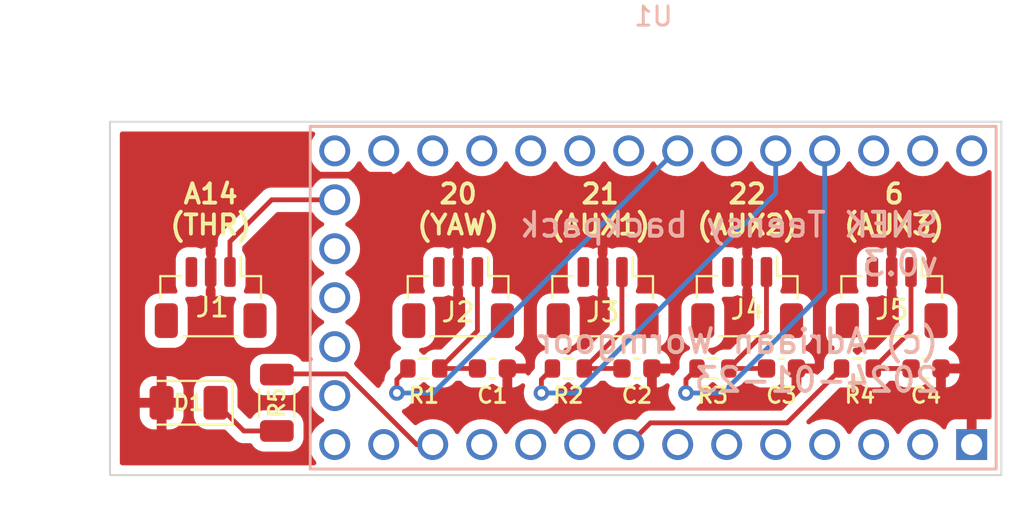
<source format=kicad_pcb>
(kicad_pcb (version 20211014) (generator pcbnew)
  (layers (0 "F.Cu" signal) (31 "B.Cu" signal) (34 "B.Paste" user) (35 "F.Paste" user) (36 "B.SilkS" user "B.Silkscreen") (37 "F.SilkS" user "F.Silkscreen") (38 "B.Mask" user) (39 "F.Mask" user) (44 "Edge.Cuts" user))
  (net 0 "")
  (net 1 "GND")
  (net 2 "Net-(C2-Pad1)")
  (net 19 "Net-(D1-Pad1)")
  (net 23 "Net-(C4-Pad1)")
  (net 30 "Net-(C1-Pad1)")
  (net 32 "A14_DAC_THROTTLE")
  (net 36 "20_PWM_YAW")
  (net 37 "Net-(C3-Pad1)")
  (net 39 "6_PWM_AUX3")
  (net 40 "22_PWM_AUX1")
  (net 41 "23_PWM_AUX2")
  (net 43 "10_LED")
  (footprint "Resistor_SMD:R_0603_1608Metric" (layer "F.Cu") (at 151.384 100.457)
    (fp_text reference "R3" (at 0 1.397) (layer "F.SilkS") (effects (font (size 0.8 0.8))))
    (fp_text value "22" hide)
    (fp_line (start -0.237258 0.5225) (end 0.237258 0.5225) (layer "F.SilkS") (width 0.12))
    (fp_line (start -0.237258 -0.5225) (end 0.237258 -0.5225) (layer "F.SilkS") (width 0.12))
    (pad "1" smd roundrect (at -0.825 0) (size 0.8 0.95) (layers "F.Cu" "F.Paste" "F.Mask") (net 41 "23_PWM_AUX2"))
    (pad "2" smd roundrect (at 0.825 0) (size 0.8 0.95) (layers "F.Cu" "F.Paste" "F.Mask") (net 37 "Net-(C3-Pad1)"))
  )
  (footprint "Connector_JST:JST_SH_BM03B-SRSS-TB_1x03-1MP_P1.00mm_Vertical" (layer "F.Cu") (at 138.176 96.774 180)
    (fp_text reference "J2" (at 0 -0.762) (layer "F.SilkS"))
    (fp_text value "Conn_01x03_Female" hide)
    (fp_line (start -1.44 -2.01) (end 1.44 -2.01) (layer "F.SilkS") (width 0.12))
    (fp_line (start -2.61 1.11) (end -1.56 1.11) (layer "F.SilkS") (width 0.12))
    (fp_line (start -2.61 -0.04) (end -2.61 1.11) (layer "F.SilkS") (width 0.12))
    (fp_line (start -1.56 1.11) (end -1.56 2.1) (layer "F.SilkS") (width 0.12))
    (fp_line (start 2.61 1.11) (end 1.56 1.11) (layer "F.SilkS") (width 0.12))
    (fp_line (start 2.61 -0.04) (end 2.61 1.11) (layer "F.SilkS") (width 0.12))
    (pad "1" smd roundrect (at -1 1.325 180) (size 0.6 1.55) (layers "F.Cu" "F.Paste" "F.Mask") (net 30 "Net-(C1-Pad1)"))
    (pad "2" smd roundrect (at 0 1.325 180) (size 0.6 1.55) (layers "F.Cu" "F.Paste" "F.Mask") (net 1 "GND"))
    (pad "3" smd roundrect (at 1 1.325 180) (size 0.6 1.55) (layers "F.Cu" "F.Paste" "F.Mask"))
    (pad "MP" smd roundrect (at 2.3 -1.2 180) (size 1.2 1.8) (layers "F.Cu" "F.Paste" "F.Mask") (roundrect_rratio 0.2083333333))
    (pad "MP" smd roundrect (at -2.3 -1.2 180) (size 1.2 1.8) (layers "F.Cu" "F.Paste" "F.Mask") (roundrect_rratio 0.2083333333))
  )
  (footprint "Connector_JST:JST_SH_BM03B-SRSS-TB_1x03-1MP_P1.00mm_Vertical" (layer "F.Cu") (at 145.669 96.774 180)
    (fp_text reference "J3" (at 0 -0.762) (layer "F.SilkS"))
    (fp_text value "Conn_01x03_Female" hide)
    (fp_line (start -2.61 1.11) (end -1.56 1.11) (layer "F.SilkS") (width 0.12))
    (fp_line (start -1.56 1.11) (end -1.56 2.1) (layer "F.SilkS") (width 0.12))
    (fp_line (start -1.44 -2.01) (end 1.44 -2.01) (layer "F.SilkS") (width 0.12))
    (fp_line (start 2.61 1.11) (end 1.56 1.11) (layer "F.SilkS") (width 0.12))
    (fp_line (start 2.61 -0.04) (end 2.61 1.11) (layer "F.SilkS") (width 0.12))
    (fp_line (start -2.61 -0.04) (end -2.61 1.11) (layer "F.SilkS") (width 0.12))
    (pad "1" smd roundrect (at -1 1.325 180) (size 0.6 1.55) (layers "F.Cu" "F.Paste" "F.Mask") (net 2 "Net-(C2-Pad1)"))
    (pad "2" smd roundrect (at 0 1.325 180) (size 0.6 1.55) (layers "F.Cu" "F.Paste" "F.Mask") (net 1 "GND"))
    (pad "3" smd roundrect (at 1 1.325 180) (size 0.6 1.55) (layers "F.Cu" "F.Paste" "F.Mask"))
    (pad "MP" smd roundrect (at 2.3 -1.2 180) (size 1.2 1.8) (layers "F.Cu" "F.Paste" "F.Mask") (roundrect_rratio 0.2083333333))
    (pad "MP" smd roundrect (at -2.3 -1.2 180) (size 1.2 1.8) (layers "F.Cu" "F.Paste" "F.Mask") (roundrect_rratio 0.2083333333))
  )
  (footprint "Resistor_SMD:R_0603_1608Metric" (layer "F.Cu") (at 158.877 100.457)
    (fp_text reference "R4" (at 0.127 1.397) (layer "F.SilkS") (effects (font (size 0.8 0.8))))
    (fp_text value "22" hide)
    (fp_line (start -0.237258 -0.5225) (end 0.237258 -0.5225) (layer "F.SilkS") (width 0.12))
    (fp_line (start -0.237258 0.5225) (end 0.237258 0.5225) (layer "F.SilkS") (width 0.12))
    (pad "1" smd roundrect (at -0.825 0) (size 0.8 0.95) (layers "F.Cu" "F.Paste" "F.Mask") (net 39 "6_PWM_AUX3"))
    (pad "2" smd roundrect (at 0.825 0) (size 0.8 0.95) (layers "F.Cu" "F.Paste" "F.Mask") (net 23 "Net-(C4-Pad1)"))
  )
  (footprint "Connector_JST:JST_SH_BM03B-SRSS-TB_1x03-1MP_P1.00mm_Vertical" (layer "F.Cu") (at 160.655 96.774 180)
    (fp_text reference "J5" (at 0 -0.635) (layer "F.SilkS"))
    (fp_text value "Conn_01x03_Female" hide)
    (fp_line (start -2.61 1.11) (end -1.56 1.11) (layer "F.SilkS") (width 0.12))
    (fp_line (start 2.61 1.11) (end 1.56 1.11) (layer "F.SilkS") (width 0.12))
    (fp_line (start -1.56 1.11) (end -1.56 2.1) (layer "F.SilkS") (width 0.12))
    (fp_line (start -2.61 -0.04) (end -2.61 1.11) (layer "F.SilkS") (width 0.12))
    (fp_line (start -1.44 -2.01) (end 1.44 -2.01) (layer "F.SilkS") (width 0.12))
    (fp_line (start 2.61 -0.04) (end 2.61 1.11) (layer "F.SilkS") (width 0.12))
    (pad "1" smd roundrect (at -1 1.325 180) (size 0.6 1.55) (layers "F.Cu" "F.Paste" "F.Mask") (net 23 "Net-(C4-Pad1)"))
    (pad "2" smd roundrect (at 0 1.325 180) (size 0.6 1.55) (layers "F.Cu" "F.Paste" "F.Mask") (net 1 "GND"))
    (pad "3" smd roundrect (at 1 1.325 180) (size 0.6 1.55) (layers "F.Cu" "F.Paste" "F.Mask"))
    (pad "MP" smd roundrect (at 2.3 -1.2 180) (size 1.2 1.8) (layers "F.Cu" "F.Paste" "F.Mask") (roundrect_rratio 0.2083333333))
    (pad "MP" smd roundrect (at -2.3 -1.2 180) (size 1.2 1.8) (layers "F.Cu" "F.Paste" "F.Mask") (roundrect_rratio 0.2083333333))
  )
  (footprint "Connector_JST:JST_SH_BM03B-SRSS-TB_1x03-1MP_P1.00mm_Vertical" (layer "F.Cu") (at 153.162 96.774 180)
    (fp_text reference "J4" (at 0 -0.63) (layer "F.SilkS"))
    (fp_text value "Conn_01x03_Female" hide)
    (fp_line (start -1.44 -2.01) (end 1.44 -2.01) (layer "F.SilkS") (width 0.12))
    (fp_line (start 2.61 -0.04) (end 2.61 1.11) (layer "F.SilkS") (width 0.12))
    (fp_line (start -2.61 1.11) (end -1.56 1.11) (layer "F.SilkS") (width 0.12))
    (fp_line (start -1.56 1.11) (end -1.56 2.1) (layer "F.SilkS") (width 0.12))
    (fp_line (start -2.61 -0.04) (end -2.61 1.11) (layer "F.SilkS") (width 0.12))
    (fp_line (start 2.61 1.11) (end 1.56 1.11) (layer "F.SilkS") (width 0.12))
    (pad "1" smd roundrect (at -1 1.325 180) (size 0.6 1.55) (layers "F.Cu" "F.Paste" "F.Mask") (net 37 "Net-(C3-Pad1)"))
    (pad "2" smd roundrect (at 0 1.325 180) (size 0.6 1.55) (layers "F.Cu" "F.Paste" "F.Mask") (net 1 "GND"))
    (pad "3" smd roundrect (at 1 1.325 180) (size 0.6 1.55) (layers "F.Cu" "F.Paste" "F.Mask"))
    (pad "MP" smd roundrect (at 2.3 -1.2 180) (size 1.2 1.8) (layers "F.Cu" "F.Paste" "F.Mask") (roundrect_rratio 0.2083333333))
    (pad "MP" smd roundrect (at -2.3 -1.2 180) (size 1.2 1.8) (layers "F.Cu" "F.Paste" "F.Mask") (roundrect_rratio 0.2083333333))
  )
  (footprint "Capacitor_SMD:C_0603_1608Metric" (layer "F.Cu") (at 162.433 100.457)
    (fp_text reference "C4" (at 0 1.397) (layer "F.SilkS") (effects (font (size 0.8 0.8))))
    (fp_text value "47uf" hide)
    (fp_line (start -0.14058 -0.51) (end 0.14058 -0.51) (layer "F.SilkS") (width 0.12))
    (fp_line (start -0.14058 0.51) (end 0.14058 0.51) (layer "F.SilkS") (width 0.12))
    (pad "1" smd roundrect (at -0.775 0) (size 0.9 0.95) (layers "F.Cu" "F.Paste" "F.Mask") (net 23 "Net-(C4-Pad1)"))
    (pad "2" smd roundrect (at 0.775 0) (size 0.9 0.95) (layers "F.Cu" "F.Paste" "F.Mask") (net 1 "GND"))
  )
  (footprint "LED_SMD:LED_1206_3216Metric" (layer "F.Cu") (at 124.206 102.235 180)
    (fp_text reference "D1" (at 0 0) (layer "F.SilkS") (effects (font (size 0.8 0.8))))
    (fp_text value "LED")
    (fp_line (start -2.285 1.135) (end 1.6 1.135) (layer "F.SilkS") (width 0.12))
    (fp_line (start -2.285 -1.135) (end -2.285 1.135) (layer "F.SilkS") (width 0.12))
    (fp_line (start 1.6 -1.135) (end -2.285 -1.135) (layer "F.SilkS") (width 0.12))
    (pad "1" smd roundrect (at -1.4 0 180) (size 1.25 1.75) (layers "F.Cu" "F.Paste" "F.Mask") (roundrect_rratio 0.2) (net 19 "Net-(D1-Pad1)"))
    (pad "2" smd roundrect (at 1.4 0 180) (size 1.25 1.75) (layers "F.Cu" "F.Paste" "F.Mask") (roundrect_rratio 0.2) (net 1 "GND"))
  )
  (footprint "Connector_JST:JST_SH_BM03B-SRSS-TB_1x03-1MP_P1.00mm_Vertical" (layer "F.Cu") (at 125.349 96.774 180)
    (fp_text reference "J1" (at -0.08 -0.508) (layer "F.SilkS"))
    (fp_text value "Conn_01x03_Female" hide)
    (fp_line (start 2.61 1.11) (end 1.56 1.11) (layer "F.SilkS") (width 0.12))
    (fp_line (start -2.61 1.11) (end -1.56 1.11) (layer "F.SilkS") (width 0.12))
    (fp_line (start 2.61 -0.04) (end 2.61 1.11) (layer "F.SilkS") (width 0.12))
    (fp_line (start -2.61 -0.04) (end -2.61 1.11) (layer "F.SilkS") (width 0.12))
    (fp_line (start -1.44 -2.01) (end 1.44 -2.01) (layer "F.SilkS") (width 0.12))
    (fp_line (start -1.56 1.11) (end -1.56 2.1) (layer "F.SilkS") (width 0.12))
    (pad "1" smd roundrect (at -1 1.325 180) (size 0.6 1.55) (layers "F.Cu" "F.Paste" "F.Mask") (net 32 "A14_DAC_THROTTLE"))
    (pad "2" smd roundrect (at 0 1.325 180) (size 0.6 1.55) (layers "F.Cu" "F.Paste" "F.Mask") (net 1 "GND"))
    (pad "3" smd roundrect (at 1 1.325 180) (size 0.6 1.55) (layers "F.Cu" "F.Paste" "F.Mask"))
    (pad "MP" smd roundrect (at -2.3 -1.2 180) (size 1.2 1.8) (layers "F.Cu" "F.Paste" "F.Mask") (roundrect_rratio 0.2083333333))
    (pad "MP" smd roundrect (at 2.3 -1.2 180) (size 1.2 1.8) (layers "F.Cu" "F.Paste" "F.Mask") (roundrect_rratio 0.2083333333))
  )
  (footprint "Capacitor_SMD:C_0603_1608Metric" (layer "F.Cu") (at 154.94 100.457)
    (fp_text reference "C3" (at 0 1.397) (layer "F.SilkS") (effects (font (size 0.8 0.8))))
    (fp_text value "47uf" hide)
    (fp_line (start -0.14058 -0.51) (end 0.14058 -0.51) (layer "F.SilkS") (width 0.12))
    (fp_line (start -0.14058 0.51) (end 0.14058 0.51) (layer "F.SilkS") (width 0.12))
    (pad "1" smd roundrect (at -0.775 0) (size 0.9 0.95) (layers "F.Cu" "F.Paste" "F.Mask") (net 37 "Net-(C3-Pad1)"))
    (pad "2" smd roundrect (at 0.775 0) (size 0.9 0.95) (layers "F.Cu" "F.Paste" "F.Mask") (net 1 "GND"))
  )
  (footprint "Resistor_SMD:R_1206_3216Metric" (layer "F.Cu") (at 128.778 102.235 -90)
    (fp_text reference "R5" (at 0 0 90) (layer "F.SilkS") (effects (font (size 0.8 0.8))))
    (fp_text value "330")
    (fp_line (start -0.727064 -0.91) (end 0.727064 -0.91) (layer "F.SilkS") (width 0.12))
    (fp_line (start -0.727064 0.91) (end 0.727064 0.91) (layer "F.SilkS") (width 0.12))
    (pad "1" smd roundrect (at -1.4625 0 270) (size 1.125 1.75) (layers "F.Cu" "F.Paste" "F.Mask") (roundrect_rratio 0.2222222222) (net 43 "10_LED"))
    (pad "2" smd roundrect (at 1.4625 0 270) (size 1.125 1.75) (layers "F.Cu" "F.Paste" "F.Mask") (roundrect_rratio 0.2222222222) (net 19 "Net-(D1-Pad1)"))
  )
  (footprint "Resistor_SMD:R_0603_1608Metric" (layer "F.Cu") (at 136.398 100.457)
    (fp_text reference "R1" (at 0 1.397) (layer "F.SilkS") (effects (font (size 0.8 0.8))))
    (fp_text value "2.2k" hide)
    (fp_line (start -0.237258 0.5225) (end 0.237258 0.5225) (layer "F.SilkS") (width 0.12))
    (fp_line (start -0.237258 -0.5225) (end 0.237258 -0.5225) (layer "F.SilkS") (width 0.12))
    (pad "1" smd roundrect (at -0.825 0) (size 0.8 0.95) (layers "F.Cu" "F.Paste" "F.Mask") (net 36 "20_PWM_YAW"))
    (pad "2" smd roundrect (at 0.825 0) (size 0.8 0.95) (layers "F.Cu" "F.Paste" "F.Mask") (net 30 "Net-(C1-Pad1)"))
  )
  (footprint "Capacitor_SMD:C_0603_1608Metric" (layer "F.Cu") (at 147.447 100.457)
    (fp_text reference "C2" (at 0 1.397) (layer "F.SilkS") (effects (font (size 0.8 0.8))))
    (fp_text value "47uf" hide)
    (fp_line (start -0.14058 -0.51) (end 0.14058 -0.51) (layer "F.SilkS") (width 0.12))
    (fp_line (start -0.14058 0.51) (end 0.14058 0.51) (layer "F.SilkS") (width 0.12))
    (pad "1" smd roundrect (at -0.775 0) (size 0.9 0.95) (layers "F.Cu" "F.Paste" "F.Mask") (net 2 "Net-(C2-Pad1)"))
    (pad "2" smd roundrect (at 0.775 0) (size 0.9 0.95) (layers "F.Cu" "F.Paste" "F.Mask") (net 1 "GND"))
  )
  (footprint "Resistor_SMD:R_0603_1608Metric" (layer "F.Cu") (at 143.891 100.457)
    (fp_text reference "R2" (at 0 1.397) (layer "F.SilkS") (effects (font (size 0.8 0.8))))
    (fp_text value "22" hide)
    (fp_line (start -0.237258 0.5225) (end 0.237258 0.5225) (layer "F.SilkS") (width 0.12))
    (fp_line (start -0.237258 -0.5225) (end 0.237258 -0.5225) (layer "F.SilkS") (width 0.12))
    (pad "1" smd roundrect (at -0.825 0) (size 0.8 0.95) (layers "F.Cu" "F.Paste" "F.Mask") (net 40 "22_PWM_AUX1"))
    (pad "2" smd roundrect (at 0.825 0) (size 0.8 0.95) (layers "F.Cu" "F.Paste" "F.Mask") (net 2 "Net-(C2-Pad1)"))
  )
  (footprint "Capacitor_SMD:C_0603_1608Metric" (layer "F.Cu") (at 139.954 100.457)
    (fp_text reference "C1" (at 0 1.397) (layer "F.SilkS") (effects (font (size 0.8 0.8))))
    (fp_text value "4.7uf" hide)
    (fp_line (start -0.14058 -0.51) (end 0.14058 -0.51) (layer "F.SilkS") (width 0.12))
    (fp_line (start -0.14058 0.51) (end 0.14058 0.51) (layer "F.SilkS") (width 0.12))
    (pad "1" smd roundrect (at -0.775 0) (size 0.9 0.95) (layers "F.Cu" "F.Paste" "F.Mask") (net 30 "Net-(C1-Pad1)"))
    (pad "2" smd roundrect (at 0.775 0) (size 0.9 0.95) (layers "F.Cu" "F.Paste" "F.Mask") (net 1 "GND"))
  )
  (footprint "teensy_library-master:Teensy30_31_32_outside_pins" (layer "B.Cu") (at 148.3 82.6825 180)
    (fp_text reference "U1" (at 0 0.5 unlocked) (layer "B.SilkS") (effects (justify mirror)))
    (fp_text value "Teensy3.2_backpack")
    (fp_line (start -17.77 -5.21) (end 17.79 -5.21) (layer "B.SilkS") (width 0.15))
    (fp_line (start 17.79 -5.21) (end 17.79 -22.99) (layer "B.SilkS") (width 0.15))
    (fp_line (start -17.77 -22.99) (end -17.77 -5.21) (layer "B.SilkS") (width 0.15))
    (fp_line (start 17.79 -22.99) (end -17.77 -22.99) (layer "B.SilkS") (width 0.15))
    (pad "1" thru_hole rect locked (at -16.5 -21.72 180) (size 1.6 1.6) (drill 1.1) (layers *.Cu *.Mask) (net 1 "GND"))
    (pad "2" thru_hole circle locked (at -13.96 -21.72 180) (size 1.6 1.6) (drill 1.1) (layers *.Cu *.Mask))
    (pad "3" thru_hole circle locked (at -11.42 -21.72 180) (size 1.6 1.6) (drill 1.1) (layers *.Cu *.Mask))
    (pad "4" thru_hole circle locked (at -8.88 -21.72 180) (size 1.6 1.6) (drill 1.1) (layers *.Cu *.Mask))
    (pad "5" thru_hole circle locked (at -6.34 -21.72 180) (size 1.6 1.6) (drill 1.1) (layers *.Cu *.Mask))
    (pad "6" thru_hole circle locked (at -3.8 -21.72 180) (size 1.6 1.6) (drill 1.1) (layers *.Cu *.Mask))
    (pad "7" thru_hole circle locked (at -1.26 -21.72 180) (size 1.6 1.6) (drill 1.1) (layers *.Cu *.Mask))
    (pad "8" thru_hole circle locked (at 1.28 -21.72 180) (size 1.6 1.6) (drill 1.1) (layers *.Cu *.Mask) (net 39 "6_PWM_AUX3"))
    (pad "9" thru_hole circle locked (at 3.82 -21.72 180) (size 1.6 1.6) (drill 1.1) (layers *.Cu *.Mask))
    (pad "10" thru_hole circle locked (at 6.36 -21.72 180) (size 1.6 1.6) (drill 1.1) (layers *.Cu *.Mask))
    (pad "11" thru_hole circle locked (at 8.9 -21.72 180) (size 1.6 1.6) (drill 1.1) (layers *.Cu *.Mask))
    (pad "12" thru_hole circle locked (at 11.44 -21.72 180) (size 1.6 1.6) (drill 1.1) (layers *.Cu *.Mask) (net 43 "10_LED"))
    (pad "13" thru_hole circle locked (at 13.98 -21.72 180) (size 1.6 1.6) (drill 1.1) (layers *.Cu *.Mask))
    (pad "14" thru_hole circle locked (at 16.52 -21.72 180) (size 1.6 1.6) (drill 1.1) (layers *.Cu *.Mask))
    (pad "15" thru_hole circle locked (at 16.52 -19.18 180) (size 1.6 1.6) (drill 1.1) (layers *.Cu *.Mask))
    (pad "16" thru_hole circle locked (at 16.52 -16.64 180) (size 1.6 1.6) (drill 1.1) (layers *.Cu *.Mask))
    (pad "17" thru_hole circle locked (at 16.52 -14.1 180) (size 1.6 1.6) (drill 1.1) (layers *.Cu *.Mask))
    (pad "18" thru_hole circle locked (at 16.52 -11.56 180) (size 1.6 1.6) (drill 1.1) (layers *.Cu *.Mask))
    (pad "19" thru_hole circle locked (at 16.52 -9.02 180) (size 1.6 1.6) (drill 1.1) (layers *.Cu *.Mask) (net 32 "A14_DAC_THROTTLE"))
    (pad "20" thru_hole circle locked (at 16.52 -6.48 180) (size 1.6 1.6) (drill 1.1) (layers *.Cu *.Mask))
    (pad "21" thru_hole circle locked (at 13.98 -6.48 180) (size 1.6 1.6) (drill 1.1) (layers *.Cu *.Mask))
    (pad "22" thru_hole circle locked (at 11.44 -6.48 180) (size 1.6 1.6) (drill 1.1) (layers *.Cu *.Mask))
    (pad "23" thru_hole circle locked (at 8.9 -6.48 180) (size 1.6 1.6) (drill 1.1) (layers *.Cu *.Mask))
    (pad "24" thru_hole circle locked (at 6.36 -6.48 180) (size 1.6 1.6) (drill 1.1) (layers *.Cu *.Mask))
    (pad "25" thru_hole circle locked (at 3.82 -6.48 180) (size 1.6 1.6) (drill 1.1) (layers *.Cu *.Mask))
    (pad "26" thru_hole circle locked (at 1.28 -6.48 180) (size 1.6 1.6) (drill 1.1) (layers *.Cu *.Mask))
    (pad "27" thru_hole circle locked (at -1.26 -6.48 180) (size 1.6 1.6) (drill 1.1) (layers *.Cu *.Mask) (net 36 "20_PWM_YAW"))
    (pad "28" thru_hole circle locked (at -3.8 -6.48 180) (size 1.6 1.6) (drill 1.1) (layers *.Cu *.Mask))
    (pad "29" thru_hole circle locked (at -6.34 -6.48 180) (size 1.6 1.6) (drill 1.1) (layers *.Cu *.Mask) (net 40 "22_PWM_AUX1"))
    (pad "30" thru_hole circle locked (at -8.88 -6.48 180) (size 1.6 1.6) (drill 1.1) (layers *.Cu *.Mask) (net 41 "23_PWM_AUX2"))
    (pad "31" thru_hole circle locked (at -11.42 -6.48 180) (size 1.6 1.6) (drill 1.1) (layers *.Cu *.Mask))
    (pad "32" thru_hole circle locked (at -13.96 -6.48 180) (size 1.6 1.6) (drill 1.1) (layers *.Cu *.Mask))
    (pad "33" thru_hole circle locked (at -16.5 -6.48 180) (size 1.6 1.6) (drill 1.1) (layers *.Cu *.Mask))
  )
  (gr_rect (start 120.13 87.65) (end 166.34 105.99) (layer "Edge.Cuts") (width 0.1) (fill none))
  (gr_text "SNEK Teensy backpack\nv0.3\n\n(c) Adriaan Wormgoor\n2024-01-23" (at 163.195 97.028) (layer "B.SilkS") (effects (font (size 1.25 1.25) (thickness 0.2)) (justify left mirror)))
  (gr_text "20\n(YAW)" (at 138.176 92.202) (layer "F.SilkS") (effects (font (size 1 1) (thickness 0.2))))
  (gr_text "A14\n(THR)" (at 125.349 92.202) (layer "F.SilkS") (effects (font (size 1 1) (thickness 0.2))))
  (gr_text "21\n(AUX1)" (at 145.542 92.202) (layer "F.SilkS") (effects (font (size 1 1) (thickness 0.2))))
  (gr_text "6\n(AUX3)" (at 160.782 92.202) (layer "F.SilkS") (effects (font (size 1 1) (thickness 0.2))))
  (gr_text "22\n(AUX2)" (at 153.162 92.202) (layer "F.SilkS") (effects (font (size 1 1) (thickness 0.2))))
  (segment (start 134.62 90.424) (end 128.524 90.424) (width 0.35) (layer "F.Cu") (net 1))
  (segment (start 138.176 93.98) (end 134.62 90.424) (width 0.35) (layer "F.Cu") (net 1))
  (segment (start 138.176 95.449) (end 138.176 93.98) (width 0.35) (layer "F.Cu") (net 1))
  (segment (start 125.349 93.599) (end 125.349 95.449) (width 0.35) (layer "F.Cu") (net 1))
  (segment (start 128.524 90.424) (end 125.349 93.599) (width 0.35) (layer "F.Cu") (net 1))
  (segment (start 144.716 100.457) (end 146.672 100.457) (width 0.25) (layer "F.Cu") (net 2))
  (segment (start 144.716 100.457) (end 146.669 98.504) (width 0.25) (layer "F.Cu") (net 2))
  (segment (start 146.669 98.504) (end 146.669 95.449) (width 0.25) (layer "F.Cu") (net 2))
  (segment (start 127.0685 103.6975) (end 125.606 102.235) (width 0.25) (layer "F.Cu") (net 19))
  (segment (start 128.778 103.6975) (end 127.0685 103.6975) (width 0.25) (layer "F.Cu") (net 19))
  (segment (start 161.655 98.504) (end 161.655 95.449) (width 0.25) (layer "F.Cu") (net 23))
  (segment (start 159.702 100.457) (end 161.658 100.457) (width 0.25) (layer "F.Cu") (net 23))
  (segment (start 159.702 100.457) (end 161.655 98.504) (width 0.25) (layer "F.Cu") (net 23))
  (segment (start 137.223 100.457) (end 139.176 98.504) (width 0.25) (layer "F.Cu") (net 30))
  (segment (start 137.223 100.457) (end 139.179 100.457) (width 0.25) (layer "F.Cu") (net 30))
  (segment (start 139.176 98.504) (end 139.176 95.449) (width 0.25) (layer "F.Cu") (net 30))
  (segment (start 126.349 93.869) (end 126.349 95.449) (width 0.25) (layer "F.Cu") (net 32))
  (segment (start 128.5155 91.7025) (end 126.349 93.869) (width 0.25) (layer "F.Cu") (net 32))
  (segment (start 131.78 91.7025) (end 128.5155 91.7025) (width 0.25) (layer "F.Cu") (net 32))
  (segment (start 135.001 101.029) (end 135.573 100.457) (width 0.25) (layer "F.Cu") (net 36))
  (segment (start 135.001 101.727) (end 135.001 101.029) (width 0.25) (layer "F.Cu") (net 36))
  (via (at 135.001 101.727) (size 0.8) (drill 0.4) (layers "F.Cu" "B.Cu") (net 36))
  (segment (start 149.56 89.1625) (end 149.45175 89.1625) (width 0.25) (layer "B.Cu") (net 36))
  (segment (start 136.88725 101.727) (end 135.001 101.727) (width 0.25) (layer "B.Cu") (net 36))
  (segment (start 149.45175 89.1625) (end 136.88725 101.727) (width 0.25) (layer "B.Cu") (net 36))
  (segment (start 154.162 98.504) (end 154.162 95.449) (width 0.25) (layer "F.Cu") (net 37))
  (segment (start 152.209 100.457) (end 154.165 100.457) (width 0.25) (layer "F.Cu") (net 37))
  (segment (start 152.209 100.457) (end 154.162 98.504) (width 0.25) (layer "F.Cu") (net 37))
  (segment (start 147.02 104.4025) (end 148.144511 103.277989) (width 0.25) (layer "F.Cu") (net 39))
  (segment (start 148.144511 103.277989) (end 155.231011 103.277989) (width 0.25) (layer "F.Cu") (net 39))
  (segment (start 155.231011 103.277989) (end 158.052 100.457) (width 0.25) (layer "F.Cu") (net 39))
  (segment (start 142.494 101.029) (end 143.066 100.457) (width 0.25) (layer "F.Cu") (net 40))
  (segment (start 142.494 101.727) (end 142.494 101.029) (width 0.25) (layer "F.Cu") (net 40))
  (via (at 142.494 101.727) (size 0.8) (drill 0.4) (layers "F.Cu" "B.Cu") (net 40))
  (segment (start 144.272 101.727) (end 142.494 101.727) (width 0.25) (layer "B.Cu") (net 40))
  (segment (start 154.64 89.1625) (end 154.64 91.359) (width 0.25) (layer "B.Cu") (net 40))
  (segment (start 154.64 91.359) (end 144.272 101.727) (width 0.25) (layer "B.Cu") (net 40))
  (segment (start 149.987 101.029) (end 150.559 100.457) (width 0.25) (layer "F.Cu") (net 41))
  (segment (start 149.987 101.727) (end 149.987 101.029) (width 0.25) (layer "F.Cu") (net 41))
  (via (at 149.987 101.727) (size 0.8) (drill 0.4) (layers "F.Cu" "B.Cu") (net 41))
  (segment (start 157.18 96.439) (end 157.18 89.1625) (width 0.25) (layer "B.Cu") (net 41))
  (segment (start 151.892 101.727) (end 157.18 96.439) (width 0.25) (layer "B.Cu") (net 41))
  (segment (start 149.987 101.727) (end 151.892 101.727) (width 0.25) (layer "B.Cu") (net 41))
  (segment (start 132.360989 100.737989) (end 128.812511 100.737989) (width 0.25) (layer "F.Cu") (net 43))
  (segment (start 128.812511 100.737989) (end 128.778 100.7725) (width 0.25) (layer "F.Cu") (net 43))
  (segment (start 136.86 104.4025) (end 136.0255 104.4025) (width 0.25) (layer "F.Cu") (net 43))
  (segment (start 136.0255 104.4025) (end 132.360989 100.737989) (width 0.25) (layer "F.Cu") (net 43))
  (zone (net 1) (net_name "GND") (layer "F.Cu") (connect_pads (clearance 0.508)) (min_thickness 0.254) (fill yes (thermal_gap 0.508) (thermal_bridge_width 0.508))
    (polygon (pts (xy 167.513 107.188) (xy 114.427 107.569) (xy 114.808 86.741) (xy 167.259 86.868)))
  )
)
</source>
